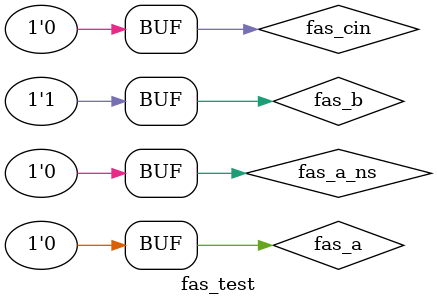
<source format=sv>
module fas_test;

	logic fas_a;
	logic fas_b;
	logic fas_cin;
	logic fas_a_ns;
	
	logic fas_cout;
	logic fas_s;
	
	
	fas fasTest(
		.a(fas_a),
		.b(fas_b),
		.cin(fas_cin),
		.a_ns(fas_a_ns),
		.s(fas_s),
		.cout(fas_cout)
	);

	initial begin
		fas_a = 1'b0;
		fas_b = 1'b1;
		fas_cin = 1'b0;
		fas_a_ns = 1'b0;
		
		#60
		fas_a = 1'b0;
		fas_b = 1'b1;
		fas_cin = 1'b0;
		fas_a_ns = 1'b1;
		
		#60
		fas_a = 1'b0;
		fas_b = 1'b1;
		fas_cin = 1'b0;
		fas_a_ns = 1'b0;
	end
endmodule

</source>
